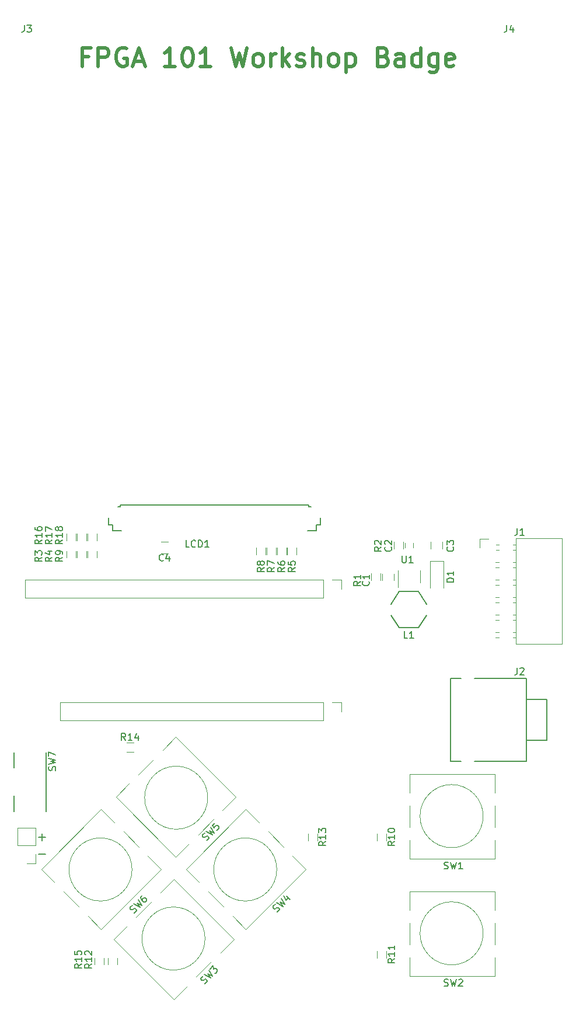
<source format=gto>
G04 #@! TF.FileFunction,Legend,Top*
%FSLAX46Y46*%
G04 Gerber Fmt 4.6, Leading zero omitted, Abs format (unit mm)*
G04 Created by KiCad (PCBNEW 4.0.7) date Mon Feb 12 17:44:01 2018*
%MOMM*%
%LPD*%
G01*
G04 APERTURE LIST*
%ADD10C,0.100000*%
%ADD11C,0.200000*%
%ADD12C,0.500000*%
%ADD13C,0.150000*%
%ADD14C,0.120000*%
G04 APERTURE END LIST*
D10*
D11*
X75250000Y-148500000D02*
X75250000Y-147500000D01*
X74750000Y-148000000D02*
X75750000Y-148000000D01*
X74750000Y-150500000D02*
X75750000Y-150500000D01*
D12*
X81964285Y-34807143D02*
X81064285Y-34807143D01*
X81064285Y-36221429D02*
X81064285Y-33521429D01*
X82349999Y-33521429D01*
X83378571Y-36221429D02*
X83378571Y-33521429D01*
X84407143Y-33521429D01*
X84664285Y-33650000D01*
X84792857Y-33778571D01*
X84921428Y-34035714D01*
X84921428Y-34421429D01*
X84792857Y-34678571D01*
X84664285Y-34807143D01*
X84407143Y-34935714D01*
X83378571Y-34935714D01*
X87492857Y-33650000D02*
X87235714Y-33521429D01*
X86850000Y-33521429D01*
X86464285Y-33650000D01*
X86207143Y-33907143D01*
X86078571Y-34164286D01*
X85950000Y-34678571D01*
X85950000Y-35064286D01*
X86078571Y-35578571D01*
X86207143Y-35835714D01*
X86464285Y-36092857D01*
X86850000Y-36221429D01*
X87107143Y-36221429D01*
X87492857Y-36092857D01*
X87621428Y-35964286D01*
X87621428Y-35064286D01*
X87107143Y-35064286D01*
X88650000Y-35450000D02*
X89935714Y-35450000D01*
X88392857Y-36221429D02*
X89292857Y-33521429D01*
X90192857Y-36221429D01*
X94564286Y-36221429D02*
X93021429Y-36221429D01*
X93792857Y-36221429D02*
X93792857Y-33521429D01*
X93535714Y-33907143D01*
X93278572Y-34164286D01*
X93021429Y-34292857D01*
X96235715Y-33521429D02*
X96492858Y-33521429D01*
X96750001Y-33650000D01*
X96878572Y-33778571D01*
X97007143Y-34035714D01*
X97135715Y-34550000D01*
X97135715Y-35192857D01*
X97007143Y-35707143D01*
X96878572Y-35964286D01*
X96750001Y-36092857D01*
X96492858Y-36221429D01*
X96235715Y-36221429D01*
X95978572Y-36092857D01*
X95850001Y-35964286D01*
X95721429Y-35707143D01*
X95592858Y-35192857D01*
X95592858Y-34550000D01*
X95721429Y-34035714D01*
X95850001Y-33778571D01*
X95978572Y-33650000D01*
X96235715Y-33521429D01*
X99707144Y-36221429D02*
X98164287Y-36221429D01*
X98935715Y-36221429D02*
X98935715Y-33521429D01*
X98678572Y-33907143D01*
X98421430Y-34164286D01*
X98164287Y-34292857D01*
X102664287Y-33521429D02*
X103307144Y-36221429D01*
X103821430Y-34292857D01*
X104335716Y-36221429D01*
X104978573Y-33521429D01*
X106392858Y-36221429D02*
X106135716Y-36092857D01*
X106007144Y-35964286D01*
X105878573Y-35707143D01*
X105878573Y-34935714D01*
X106007144Y-34678571D01*
X106135716Y-34550000D01*
X106392858Y-34421429D01*
X106778573Y-34421429D01*
X107035716Y-34550000D01*
X107164287Y-34678571D01*
X107292858Y-34935714D01*
X107292858Y-35707143D01*
X107164287Y-35964286D01*
X107035716Y-36092857D01*
X106778573Y-36221429D01*
X106392858Y-36221429D01*
X108450001Y-36221429D02*
X108450001Y-34421429D01*
X108450001Y-34935714D02*
X108578573Y-34678571D01*
X108707144Y-34550000D01*
X108964287Y-34421429D01*
X109221430Y-34421429D01*
X110121430Y-36221429D02*
X110121430Y-33521429D01*
X110378573Y-35192857D02*
X111150002Y-36221429D01*
X111150002Y-34421429D02*
X110121430Y-35450000D01*
X112178573Y-36092857D02*
X112435716Y-36221429D01*
X112950001Y-36221429D01*
X113207144Y-36092857D01*
X113335716Y-35835714D01*
X113335716Y-35707143D01*
X113207144Y-35450000D01*
X112950001Y-35321429D01*
X112564287Y-35321429D01*
X112307144Y-35192857D01*
X112178573Y-34935714D01*
X112178573Y-34807143D01*
X112307144Y-34550000D01*
X112564287Y-34421429D01*
X112950001Y-34421429D01*
X113207144Y-34550000D01*
X114492858Y-36221429D02*
X114492858Y-33521429D01*
X115650001Y-36221429D02*
X115650001Y-34807143D01*
X115521430Y-34550000D01*
X115264287Y-34421429D01*
X114878572Y-34421429D01*
X114621430Y-34550000D01*
X114492858Y-34678571D01*
X117321429Y-36221429D02*
X117064287Y-36092857D01*
X116935715Y-35964286D01*
X116807144Y-35707143D01*
X116807144Y-34935714D01*
X116935715Y-34678571D01*
X117064287Y-34550000D01*
X117321429Y-34421429D01*
X117707144Y-34421429D01*
X117964287Y-34550000D01*
X118092858Y-34678571D01*
X118221429Y-34935714D01*
X118221429Y-35707143D01*
X118092858Y-35964286D01*
X117964287Y-36092857D01*
X117707144Y-36221429D01*
X117321429Y-36221429D01*
X119378572Y-34421429D02*
X119378572Y-37121429D01*
X119378572Y-34550000D02*
X119635715Y-34421429D01*
X120150001Y-34421429D01*
X120407144Y-34550000D01*
X120535715Y-34678571D01*
X120664286Y-34935714D01*
X120664286Y-35707143D01*
X120535715Y-35964286D01*
X120407144Y-36092857D01*
X120150001Y-36221429D01*
X119635715Y-36221429D01*
X119378572Y-36092857D01*
X124778572Y-34807143D02*
X125164286Y-34935714D01*
X125292858Y-35064286D01*
X125421429Y-35321429D01*
X125421429Y-35707143D01*
X125292858Y-35964286D01*
X125164286Y-36092857D01*
X124907144Y-36221429D01*
X123878572Y-36221429D01*
X123878572Y-33521429D01*
X124778572Y-33521429D01*
X125035715Y-33650000D01*
X125164286Y-33778571D01*
X125292858Y-34035714D01*
X125292858Y-34292857D01*
X125164286Y-34550000D01*
X125035715Y-34678571D01*
X124778572Y-34807143D01*
X123878572Y-34807143D01*
X127735715Y-36221429D02*
X127735715Y-34807143D01*
X127607144Y-34550000D01*
X127350001Y-34421429D01*
X126835715Y-34421429D01*
X126578572Y-34550000D01*
X127735715Y-36092857D02*
X127478572Y-36221429D01*
X126835715Y-36221429D01*
X126578572Y-36092857D01*
X126450001Y-35835714D01*
X126450001Y-35578571D01*
X126578572Y-35321429D01*
X126835715Y-35192857D01*
X127478572Y-35192857D01*
X127735715Y-35064286D01*
X130178572Y-36221429D02*
X130178572Y-33521429D01*
X130178572Y-36092857D02*
X129921429Y-36221429D01*
X129407143Y-36221429D01*
X129150001Y-36092857D01*
X129021429Y-35964286D01*
X128892858Y-35707143D01*
X128892858Y-34935714D01*
X129021429Y-34678571D01*
X129150001Y-34550000D01*
X129407143Y-34421429D01*
X129921429Y-34421429D01*
X130178572Y-34550000D01*
X132621429Y-34421429D02*
X132621429Y-36607143D01*
X132492858Y-36864286D01*
X132364286Y-36992857D01*
X132107143Y-37121429D01*
X131721429Y-37121429D01*
X131464286Y-36992857D01*
X132621429Y-36092857D02*
X132364286Y-36221429D01*
X131850000Y-36221429D01*
X131592858Y-36092857D01*
X131464286Y-35964286D01*
X131335715Y-35707143D01*
X131335715Y-34935714D01*
X131464286Y-34678571D01*
X131592858Y-34550000D01*
X131850000Y-34421429D01*
X132364286Y-34421429D01*
X132621429Y-34550000D01*
X134935715Y-36092857D02*
X134678572Y-36221429D01*
X134164286Y-36221429D01*
X133907143Y-36092857D01*
X133778572Y-35835714D01*
X133778572Y-34807143D01*
X133907143Y-34550000D01*
X134164286Y-34421429D01*
X134678572Y-34421429D01*
X134935715Y-34550000D01*
X135064286Y-34807143D01*
X135064286Y-35064286D01*
X133778572Y-35321429D01*
D13*
X86750000Y-103600000D02*
X86250000Y-103600000D01*
X86250000Y-103600000D02*
X85450000Y-103600000D01*
X85450000Y-103600000D02*
X85450000Y-102700000D01*
X84900000Y-102700000D02*
X84900000Y-101700000D01*
X85450000Y-102700000D02*
X84900000Y-102700000D01*
X86250000Y-100100000D02*
X86450000Y-100100000D01*
X113900000Y-100100000D02*
X114250000Y-100100000D01*
X113900000Y-99800000D02*
X113900000Y-100100000D01*
X86600000Y-99800000D02*
X113900000Y-99800000D01*
X86600000Y-100100000D02*
X86600000Y-99800000D01*
X86450000Y-100100000D02*
X86600000Y-100100000D01*
X115600000Y-101700000D02*
X115600000Y-102500000D01*
X115600000Y-102500000D02*
X115600000Y-102700000D01*
X115050000Y-102700000D02*
X115600000Y-102700000D01*
X115050000Y-103600000D02*
X113750000Y-103600000D01*
X115050000Y-102700000D02*
X115050000Y-103600000D01*
D14*
X74330000Y-146630000D02*
X71670000Y-146630000D01*
X74330000Y-149230000D02*
X74330000Y-146630000D01*
X71670000Y-149230000D02*
X71670000Y-146630000D01*
X74330000Y-149230000D02*
X71670000Y-149230000D01*
X74330000Y-150500000D02*
X74330000Y-151830000D01*
X74330000Y-151830000D02*
X73000000Y-151830000D01*
X124580000Y-109800000D02*
X124580000Y-110800000D01*
X126280000Y-110800000D02*
X126280000Y-109800000D01*
X129100000Y-105360000D02*
X129100000Y-106060000D01*
X127900000Y-106060000D02*
X127900000Y-105360000D01*
X131650000Y-105210000D02*
X131650000Y-106210000D01*
X133350000Y-106210000D02*
X133350000Y-105210000D01*
X92500000Y-106850000D02*
X93500000Y-106850000D01*
X93500000Y-105150000D02*
X92500000Y-105150000D01*
X133500000Y-107960000D02*
X131500000Y-107960000D01*
X131500000Y-107960000D02*
X131500000Y-111860000D01*
X133500000Y-107960000D02*
X133500000Y-111860000D01*
X143980000Y-104670000D02*
X143980000Y-120030000D01*
X143980000Y-120030000D02*
X150640270Y-120030000D01*
X150640000Y-120030000D02*
X150640000Y-104670000D01*
X150640120Y-104670000D02*
X143980000Y-104670000D01*
X143582929Y-105620000D02*
X143980000Y-105620000D01*
X143582929Y-106380000D02*
X143980000Y-106380000D01*
X141110000Y-105620000D02*
X141497071Y-105620000D01*
X141110000Y-106380000D02*
X141497071Y-106380000D01*
X143582929Y-108160000D02*
X143980000Y-108160000D01*
X143582929Y-108920000D02*
X143980000Y-108920000D01*
X141042929Y-108160000D02*
X141497071Y-108160000D01*
X141042929Y-108920000D02*
X141497071Y-108920000D01*
X143582929Y-110700000D02*
X143980000Y-110700000D01*
X143582929Y-111460000D02*
X143980000Y-111460000D01*
X141042929Y-110700000D02*
X141497071Y-110700000D01*
X141042929Y-111460000D02*
X141497071Y-111460000D01*
X143582929Y-113240000D02*
X143980000Y-113240000D01*
X143582929Y-114000000D02*
X143980000Y-114000000D01*
X141042929Y-113240000D02*
X141497071Y-113240000D01*
X141042929Y-114000000D02*
X141497071Y-114000000D01*
X143582929Y-115780000D02*
X143980000Y-115780000D01*
X143582929Y-116540000D02*
X143980000Y-116540000D01*
X141042929Y-115780000D02*
X141497071Y-115780000D01*
X141042929Y-116540000D02*
X141497071Y-116540000D01*
X143582929Y-118320000D02*
X143980000Y-118320000D01*
X143582929Y-119080000D02*
X143980000Y-119080000D01*
X141042929Y-118320000D02*
X141497071Y-118320000D01*
X141042929Y-119080000D02*
X141497071Y-119080000D01*
X138730000Y-106000000D02*
X138730000Y-104730000D01*
X138730000Y-104730000D02*
X140000000Y-104730000D01*
D13*
X145500000Y-134000000D02*
X148500000Y-134000000D01*
X148500000Y-134000000D02*
X148500000Y-128000000D01*
X148500000Y-128000000D02*
X145500000Y-128000000D01*
X138000000Y-125000000D02*
X145500000Y-125000000D01*
X145500000Y-125000000D02*
X145500000Y-126000000D01*
X136000000Y-137000000D02*
X134500000Y-137000000D01*
X134500000Y-137000000D02*
X134500000Y-125000000D01*
X134500000Y-125000000D02*
X136000000Y-125000000D01*
X145500000Y-136000000D02*
X145500000Y-137000000D01*
X145500000Y-137000000D02*
X138000000Y-137000000D01*
X145500000Y-126000000D02*
X145500000Y-136000000D01*
X129840000Y-117610000D02*
X131040000Y-115810000D01*
X127040000Y-117610000D02*
X129840000Y-117610000D01*
X125840000Y-115810000D02*
X127040000Y-117610000D01*
X127040000Y-112410000D02*
X125840000Y-114210000D01*
X129840000Y-112410000D02*
X127040000Y-112410000D01*
X131040000Y-114210000D02*
X129840000Y-112410000D01*
D14*
X124330000Y-109740000D02*
X124330000Y-110740000D01*
X122970000Y-110740000D02*
X122970000Y-109740000D01*
X127680000Y-105210000D02*
X127680000Y-106210000D01*
X126320000Y-106210000D02*
X126320000Y-105210000D01*
X78820000Y-107500000D02*
X78820000Y-106500000D01*
X80180000Y-106500000D02*
X80180000Y-107500000D01*
X80320000Y-107500000D02*
X80320000Y-106500000D01*
X81680000Y-106500000D02*
X81680000Y-107500000D01*
X110820000Y-107000000D02*
X110820000Y-106000000D01*
X112180000Y-106000000D02*
X112180000Y-107000000D01*
X109320000Y-107000000D02*
X109320000Y-106000000D01*
X110680000Y-106000000D02*
X110680000Y-107000000D01*
X107820000Y-107000000D02*
X107820000Y-106000000D01*
X109180000Y-106000000D02*
X109180000Y-107000000D01*
X106320000Y-107000000D02*
X106320000Y-106000000D01*
X107680000Y-106000000D02*
X107680000Y-107000000D01*
X81820000Y-107500000D02*
X81820000Y-106500000D01*
X83180000Y-106500000D02*
X83180000Y-107500000D01*
X123820000Y-148500000D02*
X123820000Y-147500000D01*
X125180000Y-147500000D02*
X125180000Y-148500000D01*
X123820000Y-165500000D02*
X123820000Y-164500000D01*
X125180000Y-164500000D02*
X125180000Y-165500000D01*
X84820000Y-166500000D02*
X84820000Y-165500000D01*
X86180000Y-165500000D02*
X86180000Y-166500000D01*
X113820000Y-148500000D02*
X113820000Y-147500000D01*
X115180000Y-147500000D02*
X115180000Y-148500000D01*
X87500000Y-134320000D02*
X88500000Y-134320000D01*
X88500000Y-135680000D02*
X87500000Y-135680000D01*
X82820000Y-166500000D02*
X82820000Y-165500000D01*
X84180000Y-165500000D02*
X84180000Y-166500000D01*
X140900000Y-151150000D02*
X128600000Y-151150000D01*
X128600000Y-146570000D02*
X128600000Y-143430000D01*
X128600000Y-138850000D02*
X140900000Y-138850000D01*
X140900000Y-148430000D02*
X140900000Y-151150000D01*
X139229050Y-144960000D02*
G75*
G03X139229050Y-144960000I-4579050J0D01*
G01*
X140900000Y-138850000D02*
X140900000Y-141570000D01*
X140900000Y-143430000D02*
X140900000Y-146570000D01*
X128600000Y-141570000D02*
X128600000Y-138850000D01*
X128600000Y-151150000D02*
X128600000Y-148430000D01*
X140900000Y-168150000D02*
X128600000Y-168150000D01*
X128600000Y-163570000D02*
X128600000Y-160430000D01*
X128600000Y-155850000D02*
X140900000Y-155850000D01*
X140900000Y-165430000D02*
X140900000Y-168150000D01*
X139229050Y-161960000D02*
G75*
G03X139229050Y-161960000I-4579050J0D01*
G01*
X140900000Y-155850000D02*
X140900000Y-158570000D01*
X140900000Y-160430000D02*
X140900000Y-163570000D01*
X128600000Y-158570000D02*
X128600000Y-155850000D01*
X128600000Y-168150000D02*
X128600000Y-165430000D01*
X94348350Y-171510229D02*
X85650936Y-162812816D01*
X88889485Y-159574267D02*
X91109801Y-157353951D01*
X94348350Y-154115402D02*
X103045763Y-162812816D01*
X96271680Y-169586899D02*
X94348350Y-171510229D01*
X98884973Y-162713821D02*
G75*
G03X98884973Y-162713821I-4579050J0D01*
G01*
X103045763Y-162812816D02*
X101122433Y-164736146D01*
X99807214Y-166051365D02*
X97586899Y-168271680D01*
X92425019Y-156038733D02*
X94348350Y-154115402D01*
X85650936Y-162812816D02*
X87574267Y-160889485D01*
X113510229Y-152651650D02*
X104812816Y-161349064D01*
X101574267Y-158110515D02*
X99353951Y-155890199D01*
X96115402Y-152651650D02*
X104812816Y-143954237D01*
X111586899Y-150728320D02*
X113510229Y-152651650D01*
X109292871Y-152694077D02*
G75*
G03X109292871Y-152694077I-4579050J0D01*
G01*
X104812816Y-143954237D02*
X106736146Y-145877567D01*
X108051365Y-147192786D02*
X110271680Y-149413101D01*
X98038733Y-154574981D02*
X96115402Y-152651650D01*
X104812816Y-161349064D02*
X102889485Y-159425733D01*
X94651650Y-133489771D02*
X103349064Y-142187184D01*
X100110515Y-145425733D02*
X97890199Y-147646049D01*
X94651650Y-150884598D02*
X85954237Y-142187184D01*
X92728320Y-135413101D02*
X94651650Y-133489771D01*
X99273127Y-142286179D02*
G75*
G03X99273127Y-142286179I-4579050J0D01*
G01*
X85954237Y-142187184D02*
X87877567Y-140263854D01*
X89192786Y-138948635D02*
X91413101Y-136728320D01*
X96574981Y-148961267D02*
X94651650Y-150884598D01*
X103349064Y-142187184D02*
X101425733Y-144110515D01*
X92510229Y-152651650D02*
X83812816Y-161349064D01*
X80574267Y-158110515D02*
X78353951Y-155890199D01*
X75115402Y-152651650D02*
X83812816Y-143954237D01*
X90586899Y-150728320D02*
X92510229Y-152651650D01*
X88292871Y-152694077D02*
G75*
G03X88292871Y-152694077I-4579050J0D01*
G01*
X83812816Y-143954237D02*
X85736146Y-145877567D01*
X87051365Y-147192786D02*
X89271680Y-149413101D01*
X77038733Y-154574981D02*
X75115402Y-152651650D01*
X83812816Y-161349064D02*
X81889485Y-159425733D01*
D13*
X75800000Y-135700000D02*
X75800000Y-144300000D01*
X71200000Y-135700000D02*
X71200000Y-137900000D01*
X71200000Y-142000000D02*
X71200000Y-144300000D01*
D14*
X130110000Y-111110000D02*
X130110000Y-109310000D01*
X126890000Y-109310000D02*
X126890000Y-111760000D01*
X77890000Y-128450000D02*
X77890000Y-131110000D01*
X116050000Y-128450000D02*
X77890000Y-128450000D01*
X116050000Y-131110000D02*
X77890000Y-131110000D01*
X116050000Y-128450000D02*
X116050000Y-131110000D01*
X117320000Y-128450000D02*
X118650000Y-128450000D01*
X118650000Y-128450000D02*
X118650000Y-129780000D01*
X72810000Y-110670000D02*
X72810000Y-113330000D01*
X116050000Y-110670000D02*
X72810000Y-110670000D01*
X116050000Y-113330000D02*
X72810000Y-113330000D01*
X116050000Y-110670000D02*
X116050000Y-113330000D01*
X117320000Y-110670000D02*
X118650000Y-110670000D01*
X118650000Y-110670000D02*
X118650000Y-112000000D01*
X80180000Y-104000000D02*
X80180000Y-105000000D01*
X78820000Y-105000000D02*
X78820000Y-104000000D01*
X81680000Y-104000000D02*
X81680000Y-105000000D01*
X80320000Y-105000000D02*
X80320000Y-104000000D01*
X83180000Y-104000000D02*
X83180000Y-105000000D01*
X81820000Y-105000000D02*
X81820000Y-104000000D01*
D13*
X96583334Y-105952381D02*
X96107143Y-105952381D01*
X96107143Y-104952381D01*
X97488096Y-105857143D02*
X97440477Y-105904762D01*
X97297620Y-105952381D01*
X97202382Y-105952381D01*
X97059524Y-105904762D01*
X96964286Y-105809524D01*
X96916667Y-105714286D01*
X96869048Y-105523810D01*
X96869048Y-105380952D01*
X96916667Y-105190476D01*
X96964286Y-105095238D01*
X97059524Y-105000000D01*
X97202382Y-104952381D01*
X97297620Y-104952381D01*
X97440477Y-105000000D01*
X97488096Y-105047619D01*
X97916667Y-105952381D02*
X97916667Y-104952381D01*
X98154762Y-104952381D01*
X98297620Y-105000000D01*
X98392858Y-105095238D01*
X98440477Y-105190476D01*
X98488096Y-105380952D01*
X98488096Y-105523810D01*
X98440477Y-105714286D01*
X98392858Y-105809524D01*
X98297620Y-105904762D01*
X98154762Y-105952381D01*
X97916667Y-105952381D01*
X99440477Y-105952381D02*
X98869048Y-105952381D01*
X99154762Y-105952381D02*
X99154762Y-104952381D01*
X99059524Y-105095238D01*
X98964286Y-105190476D01*
X98869048Y-105238095D01*
X122607143Y-110916666D02*
X122654762Y-110964285D01*
X122702381Y-111107142D01*
X122702381Y-111202380D01*
X122654762Y-111345238D01*
X122559524Y-111440476D01*
X122464286Y-111488095D01*
X122273810Y-111535714D01*
X122130952Y-111535714D01*
X121940476Y-111488095D01*
X121845238Y-111440476D01*
X121750000Y-111345238D01*
X121702381Y-111202380D01*
X121702381Y-111107142D01*
X121750000Y-110964285D01*
X121797619Y-110916666D01*
X122702381Y-109964285D02*
X122702381Y-110535714D01*
X122702381Y-110250000D02*
X121702381Y-110250000D01*
X121845238Y-110345238D01*
X121940476Y-110440476D01*
X121988095Y-110535714D01*
X125857143Y-105916666D02*
X125904762Y-105964285D01*
X125952381Y-106107142D01*
X125952381Y-106202380D01*
X125904762Y-106345238D01*
X125809524Y-106440476D01*
X125714286Y-106488095D01*
X125523810Y-106535714D01*
X125380952Y-106535714D01*
X125190476Y-106488095D01*
X125095238Y-106440476D01*
X125000000Y-106345238D01*
X124952381Y-106202380D01*
X124952381Y-106107142D01*
X125000000Y-105964285D01*
X125047619Y-105916666D01*
X125047619Y-105535714D02*
X125000000Y-105488095D01*
X124952381Y-105392857D01*
X124952381Y-105154761D01*
X125000000Y-105059523D01*
X125047619Y-105011904D01*
X125142857Y-104964285D01*
X125238095Y-104964285D01*
X125380952Y-105011904D01*
X125952381Y-105583333D01*
X125952381Y-104964285D01*
X134857143Y-105916666D02*
X134904762Y-105964285D01*
X134952381Y-106107142D01*
X134952381Y-106202380D01*
X134904762Y-106345238D01*
X134809524Y-106440476D01*
X134714286Y-106488095D01*
X134523810Y-106535714D01*
X134380952Y-106535714D01*
X134190476Y-106488095D01*
X134095238Y-106440476D01*
X134000000Y-106345238D01*
X133952381Y-106202380D01*
X133952381Y-106107142D01*
X134000000Y-105964285D01*
X134047619Y-105916666D01*
X133952381Y-105583333D02*
X133952381Y-104964285D01*
X134333333Y-105297619D01*
X134333333Y-105154761D01*
X134380952Y-105059523D01*
X134428571Y-105011904D01*
X134523810Y-104964285D01*
X134761905Y-104964285D01*
X134857143Y-105011904D01*
X134904762Y-105059523D01*
X134952381Y-105154761D01*
X134952381Y-105440476D01*
X134904762Y-105535714D01*
X134857143Y-105583333D01*
X92833334Y-107857143D02*
X92785715Y-107904762D01*
X92642858Y-107952381D01*
X92547620Y-107952381D01*
X92404762Y-107904762D01*
X92309524Y-107809524D01*
X92261905Y-107714286D01*
X92214286Y-107523810D01*
X92214286Y-107380952D01*
X92261905Y-107190476D01*
X92309524Y-107095238D01*
X92404762Y-107000000D01*
X92547620Y-106952381D01*
X92642858Y-106952381D01*
X92785715Y-107000000D01*
X92833334Y-107047619D01*
X93690477Y-107285714D02*
X93690477Y-107952381D01*
X93452381Y-106904762D02*
X93214286Y-107619048D01*
X93833334Y-107619048D01*
X134952381Y-110988095D02*
X133952381Y-110988095D01*
X133952381Y-110750000D01*
X134000000Y-110607142D01*
X134095238Y-110511904D01*
X134190476Y-110464285D01*
X134380952Y-110416666D01*
X134523810Y-110416666D01*
X134714286Y-110464285D01*
X134809524Y-110511904D01*
X134904762Y-110607142D01*
X134952381Y-110750000D01*
X134952381Y-110988095D01*
X134952381Y-109464285D02*
X134952381Y-110035714D01*
X134952381Y-109750000D02*
X133952381Y-109750000D01*
X134095238Y-109845238D01*
X134190476Y-109940476D01*
X134238095Y-110035714D01*
X144166667Y-103202381D02*
X144166667Y-103916667D01*
X144119047Y-104059524D01*
X144023809Y-104154762D01*
X143880952Y-104202381D01*
X143785714Y-104202381D01*
X145166667Y-104202381D02*
X144595238Y-104202381D01*
X144880952Y-104202381D02*
X144880952Y-103202381D01*
X144785714Y-103345238D01*
X144690476Y-103440476D01*
X144595238Y-103488095D01*
X144166667Y-123452381D02*
X144166667Y-124166667D01*
X144119047Y-124309524D01*
X144023809Y-124404762D01*
X143880952Y-124452381D01*
X143785714Y-124452381D01*
X144595238Y-123547619D02*
X144642857Y-123500000D01*
X144738095Y-123452381D01*
X144976191Y-123452381D01*
X145071429Y-123500000D01*
X145119048Y-123547619D01*
X145166667Y-123642857D01*
X145166667Y-123738095D01*
X145119048Y-123880952D01*
X144547619Y-124452381D01*
X145166667Y-124452381D01*
X128273334Y-119162381D02*
X127797143Y-119162381D01*
X127797143Y-118162381D01*
X129130477Y-119162381D02*
X128559048Y-119162381D01*
X128844762Y-119162381D02*
X128844762Y-118162381D01*
X128749524Y-118305238D01*
X128654286Y-118400476D01*
X128559048Y-118448095D01*
X121452381Y-110916666D02*
X120976190Y-111250000D01*
X121452381Y-111488095D02*
X120452381Y-111488095D01*
X120452381Y-111107142D01*
X120500000Y-111011904D01*
X120547619Y-110964285D01*
X120642857Y-110916666D01*
X120785714Y-110916666D01*
X120880952Y-110964285D01*
X120928571Y-111011904D01*
X120976190Y-111107142D01*
X120976190Y-111488095D01*
X121452381Y-109964285D02*
X121452381Y-110535714D01*
X121452381Y-110250000D02*
X120452381Y-110250000D01*
X120595238Y-110345238D01*
X120690476Y-110440476D01*
X120738095Y-110535714D01*
X124452381Y-105916666D02*
X123976190Y-106250000D01*
X124452381Y-106488095D02*
X123452381Y-106488095D01*
X123452381Y-106107142D01*
X123500000Y-106011904D01*
X123547619Y-105964285D01*
X123642857Y-105916666D01*
X123785714Y-105916666D01*
X123880952Y-105964285D01*
X123928571Y-106011904D01*
X123976190Y-106107142D01*
X123976190Y-106488095D01*
X123547619Y-105535714D02*
X123500000Y-105488095D01*
X123452381Y-105392857D01*
X123452381Y-105154761D01*
X123500000Y-105059523D01*
X123547619Y-105011904D01*
X123642857Y-104964285D01*
X123738095Y-104964285D01*
X123880952Y-105011904D01*
X124452381Y-105583333D01*
X124452381Y-104964285D01*
X75202381Y-107416666D02*
X74726190Y-107750000D01*
X75202381Y-107988095D02*
X74202381Y-107988095D01*
X74202381Y-107607142D01*
X74250000Y-107511904D01*
X74297619Y-107464285D01*
X74392857Y-107416666D01*
X74535714Y-107416666D01*
X74630952Y-107464285D01*
X74678571Y-107511904D01*
X74726190Y-107607142D01*
X74726190Y-107988095D01*
X74202381Y-107083333D02*
X74202381Y-106464285D01*
X74583333Y-106797619D01*
X74583333Y-106654761D01*
X74630952Y-106559523D01*
X74678571Y-106511904D01*
X74773810Y-106464285D01*
X75011905Y-106464285D01*
X75107143Y-106511904D01*
X75154762Y-106559523D01*
X75202381Y-106654761D01*
X75202381Y-106940476D01*
X75154762Y-107035714D01*
X75107143Y-107083333D01*
X76702381Y-107416666D02*
X76226190Y-107750000D01*
X76702381Y-107988095D02*
X75702381Y-107988095D01*
X75702381Y-107607142D01*
X75750000Y-107511904D01*
X75797619Y-107464285D01*
X75892857Y-107416666D01*
X76035714Y-107416666D01*
X76130952Y-107464285D01*
X76178571Y-107511904D01*
X76226190Y-107607142D01*
X76226190Y-107988095D01*
X76035714Y-106559523D02*
X76702381Y-106559523D01*
X75654762Y-106797619D02*
X76369048Y-107035714D01*
X76369048Y-106416666D01*
X111952381Y-108916666D02*
X111476190Y-109250000D01*
X111952381Y-109488095D02*
X110952381Y-109488095D01*
X110952381Y-109107142D01*
X111000000Y-109011904D01*
X111047619Y-108964285D01*
X111142857Y-108916666D01*
X111285714Y-108916666D01*
X111380952Y-108964285D01*
X111428571Y-109011904D01*
X111476190Y-109107142D01*
X111476190Y-109488095D01*
X110952381Y-108011904D02*
X110952381Y-108488095D01*
X111428571Y-108535714D01*
X111380952Y-108488095D01*
X111333333Y-108392857D01*
X111333333Y-108154761D01*
X111380952Y-108059523D01*
X111428571Y-108011904D01*
X111523810Y-107964285D01*
X111761905Y-107964285D01*
X111857143Y-108011904D01*
X111904762Y-108059523D01*
X111952381Y-108154761D01*
X111952381Y-108392857D01*
X111904762Y-108488095D01*
X111857143Y-108535714D01*
X110452381Y-108916666D02*
X109976190Y-109250000D01*
X110452381Y-109488095D02*
X109452381Y-109488095D01*
X109452381Y-109107142D01*
X109500000Y-109011904D01*
X109547619Y-108964285D01*
X109642857Y-108916666D01*
X109785714Y-108916666D01*
X109880952Y-108964285D01*
X109928571Y-109011904D01*
X109976190Y-109107142D01*
X109976190Y-109488095D01*
X109452381Y-108059523D02*
X109452381Y-108250000D01*
X109500000Y-108345238D01*
X109547619Y-108392857D01*
X109690476Y-108488095D01*
X109880952Y-108535714D01*
X110261905Y-108535714D01*
X110357143Y-108488095D01*
X110404762Y-108440476D01*
X110452381Y-108345238D01*
X110452381Y-108154761D01*
X110404762Y-108059523D01*
X110357143Y-108011904D01*
X110261905Y-107964285D01*
X110023810Y-107964285D01*
X109928571Y-108011904D01*
X109880952Y-108059523D01*
X109833333Y-108154761D01*
X109833333Y-108345238D01*
X109880952Y-108440476D01*
X109928571Y-108488095D01*
X110023810Y-108535714D01*
X108952381Y-108916666D02*
X108476190Y-109250000D01*
X108952381Y-109488095D02*
X107952381Y-109488095D01*
X107952381Y-109107142D01*
X108000000Y-109011904D01*
X108047619Y-108964285D01*
X108142857Y-108916666D01*
X108285714Y-108916666D01*
X108380952Y-108964285D01*
X108428571Y-109011904D01*
X108476190Y-109107142D01*
X108476190Y-109488095D01*
X107952381Y-108583333D02*
X107952381Y-107916666D01*
X108952381Y-108345238D01*
X107452381Y-108916666D02*
X106976190Y-109250000D01*
X107452381Y-109488095D02*
X106452381Y-109488095D01*
X106452381Y-109107142D01*
X106500000Y-109011904D01*
X106547619Y-108964285D01*
X106642857Y-108916666D01*
X106785714Y-108916666D01*
X106880952Y-108964285D01*
X106928571Y-109011904D01*
X106976190Y-109107142D01*
X106976190Y-109488095D01*
X106880952Y-108345238D02*
X106833333Y-108440476D01*
X106785714Y-108488095D01*
X106690476Y-108535714D01*
X106642857Y-108535714D01*
X106547619Y-108488095D01*
X106500000Y-108440476D01*
X106452381Y-108345238D01*
X106452381Y-108154761D01*
X106500000Y-108059523D01*
X106547619Y-108011904D01*
X106642857Y-107964285D01*
X106690476Y-107964285D01*
X106785714Y-108011904D01*
X106833333Y-108059523D01*
X106880952Y-108154761D01*
X106880952Y-108345238D01*
X106928571Y-108440476D01*
X106976190Y-108488095D01*
X107071429Y-108535714D01*
X107261905Y-108535714D01*
X107357143Y-108488095D01*
X107404762Y-108440476D01*
X107452381Y-108345238D01*
X107452381Y-108154761D01*
X107404762Y-108059523D01*
X107357143Y-108011904D01*
X107261905Y-107964285D01*
X107071429Y-107964285D01*
X106976190Y-108011904D01*
X106928571Y-108059523D01*
X106880952Y-108154761D01*
X78202381Y-107416666D02*
X77726190Y-107750000D01*
X78202381Y-107988095D02*
X77202381Y-107988095D01*
X77202381Y-107607142D01*
X77250000Y-107511904D01*
X77297619Y-107464285D01*
X77392857Y-107416666D01*
X77535714Y-107416666D01*
X77630952Y-107464285D01*
X77678571Y-107511904D01*
X77726190Y-107607142D01*
X77726190Y-107988095D01*
X78202381Y-106940476D02*
X78202381Y-106750000D01*
X78154762Y-106654761D01*
X78107143Y-106607142D01*
X77964286Y-106511904D01*
X77773810Y-106464285D01*
X77392857Y-106464285D01*
X77297619Y-106511904D01*
X77250000Y-106559523D01*
X77202381Y-106654761D01*
X77202381Y-106845238D01*
X77250000Y-106940476D01*
X77297619Y-106988095D01*
X77392857Y-107035714D01*
X77630952Y-107035714D01*
X77726190Y-106988095D01*
X77773810Y-106940476D01*
X77821429Y-106845238D01*
X77821429Y-106654761D01*
X77773810Y-106559523D01*
X77726190Y-106511904D01*
X77630952Y-106464285D01*
X126402381Y-148642857D02*
X125926190Y-148976191D01*
X126402381Y-149214286D02*
X125402381Y-149214286D01*
X125402381Y-148833333D01*
X125450000Y-148738095D01*
X125497619Y-148690476D01*
X125592857Y-148642857D01*
X125735714Y-148642857D01*
X125830952Y-148690476D01*
X125878571Y-148738095D01*
X125926190Y-148833333D01*
X125926190Y-149214286D01*
X126402381Y-147690476D02*
X126402381Y-148261905D01*
X126402381Y-147976191D02*
X125402381Y-147976191D01*
X125545238Y-148071429D01*
X125640476Y-148166667D01*
X125688095Y-148261905D01*
X125402381Y-147071429D02*
X125402381Y-146976190D01*
X125450000Y-146880952D01*
X125497619Y-146833333D01*
X125592857Y-146785714D01*
X125783333Y-146738095D01*
X126021429Y-146738095D01*
X126211905Y-146785714D01*
X126307143Y-146833333D01*
X126354762Y-146880952D01*
X126402381Y-146976190D01*
X126402381Y-147071429D01*
X126354762Y-147166667D01*
X126307143Y-147214286D01*
X126211905Y-147261905D01*
X126021429Y-147309524D01*
X125783333Y-147309524D01*
X125592857Y-147261905D01*
X125497619Y-147214286D01*
X125450000Y-147166667D01*
X125402381Y-147071429D01*
X126402381Y-165642857D02*
X125926190Y-165976191D01*
X126402381Y-166214286D02*
X125402381Y-166214286D01*
X125402381Y-165833333D01*
X125450000Y-165738095D01*
X125497619Y-165690476D01*
X125592857Y-165642857D01*
X125735714Y-165642857D01*
X125830952Y-165690476D01*
X125878571Y-165738095D01*
X125926190Y-165833333D01*
X125926190Y-166214286D01*
X126402381Y-164690476D02*
X126402381Y-165261905D01*
X126402381Y-164976191D02*
X125402381Y-164976191D01*
X125545238Y-165071429D01*
X125640476Y-165166667D01*
X125688095Y-165261905D01*
X126402381Y-163738095D02*
X126402381Y-164309524D01*
X126402381Y-164023810D02*
X125402381Y-164023810D01*
X125545238Y-164119048D01*
X125640476Y-164214286D01*
X125688095Y-164309524D01*
X82452381Y-166392857D02*
X81976190Y-166726191D01*
X82452381Y-166964286D02*
X81452381Y-166964286D01*
X81452381Y-166583333D01*
X81500000Y-166488095D01*
X81547619Y-166440476D01*
X81642857Y-166392857D01*
X81785714Y-166392857D01*
X81880952Y-166440476D01*
X81928571Y-166488095D01*
X81976190Y-166583333D01*
X81976190Y-166964286D01*
X82452381Y-165440476D02*
X82452381Y-166011905D01*
X82452381Y-165726191D02*
X81452381Y-165726191D01*
X81595238Y-165821429D01*
X81690476Y-165916667D01*
X81738095Y-166011905D01*
X81547619Y-165059524D02*
X81500000Y-165011905D01*
X81452381Y-164916667D01*
X81452381Y-164678571D01*
X81500000Y-164583333D01*
X81547619Y-164535714D01*
X81642857Y-164488095D01*
X81738095Y-164488095D01*
X81880952Y-164535714D01*
X82452381Y-165107143D01*
X82452381Y-164488095D01*
X116402381Y-148642857D02*
X115926190Y-148976191D01*
X116402381Y-149214286D02*
X115402381Y-149214286D01*
X115402381Y-148833333D01*
X115450000Y-148738095D01*
X115497619Y-148690476D01*
X115592857Y-148642857D01*
X115735714Y-148642857D01*
X115830952Y-148690476D01*
X115878571Y-148738095D01*
X115926190Y-148833333D01*
X115926190Y-149214286D01*
X116402381Y-147690476D02*
X116402381Y-148261905D01*
X116402381Y-147976191D02*
X115402381Y-147976191D01*
X115545238Y-148071429D01*
X115640476Y-148166667D01*
X115688095Y-148261905D01*
X115402381Y-147357143D02*
X115402381Y-146738095D01*
X115783333Y-147071429D01*
X115783333Y-146928571D01*
X115830952Y-146833333D01*
X115878571Y-146785714D01*
X115973810Y-146738095D01*
X116211905Y-146738095D01*
X116307143Y-146785714D01*
X116354762Y-146833333D01*
X116402381Y-146928571D01*
X116402381Y-147214286D01*
X116354762Y-147309524D01*
X116307143Y-147357143D01*
X87357143Y-133952381D02*
X87023809Y-133476190D01*
X86785714Y-133952381D02*
X86785714Y-132952381D01*
X87166667Y-132952381D01*
X87261905Y-133000000D01*
X87309524Y-133047619D01*
X87357143Y-133142857D01*
X87357143Y-133285714D01*
X87309524Y-133380952D01*
X87261905Y-133428571D01*
X87166667Y-133476190D01*
X86785714Y-133476190D01*
X88309524Y-133952381D02*
X87738095Y-133952381D01*
X88023809Y-133952381D02*
X88023809Y-132952381D01*
X87928571Y-133095238D01*
X87833333Y-133190476D01*
X87738095Y-133238095D01*
X89166667Y-133285714D02*
X89166667Y-133952381D01*
X88928571Y-132904762D02*
X88690476Y-133619048D01*
X89309524Y-133619048D01*
X80952381Y-166392857D02*
X80476190Y-166726191D01*
X80952381Y-166964286D02*
X79952381Y-166964286D01*
X79952381Y-166583333D01*
X80000000Y-166488095D01*
X80047619Y-166440476D01*
X80142857Y-166392857D01*
X80285714Y-166392857D01*
X80380952Y-166440476D01*
X80428571Y-166488095D01*
X80476190Y-166583333D01*
X80476190Y-166964286D01*
X80952381Y-165440476D02*
X80952381Y-166011905D01*
X80952381Y-165726191D02*
X79952381Y-165726191D01*
X80095238Y-165821429D01*
X80190476Y-165916667D01*
X80238095Y-166011905D01*
X79952381Y-164535714D02*
X79952381Y-165011905D01*
X80428571Y-165059524D01*
X80380952Y-165011905D01*
X80333333Y-164916667D01*
X80333333Y-164678571D01*
X80380952Y-164583333D01*
X80428571Y-164535714D01*
X80523810Y-164488095D01*
X80761905Y-164488095D01*
X80857143Y-164535714D01*
X80904762Y-164583333D01*
X80952381Y-164678571D01*
X80952381Y-164916667D01*
X80904762Y-165011905D01*
X80857143Y-165059524D01*
X133586667Y-152564762D02*
X133729524Y-152612381D01*
X133967620Y-152612381D01*
X134062858Y-152564762D01*
X134110477Y-152517143D01*
X134158096Y-152421905D01*
X134158096Y-152326667D01*
X134110477Y-152231429D01*
X134062858Y-152183810D01*
X133967620Y-152136190D01*
X133777143Y-152088571D01*
X133681905Y-152040952D01*
X133634286Y-151993333D01*
X133586667Y-151898095D01*
X133586667Y-151802857D01*
X133634286Y-151707619D01*
X133681905Y-151660000D01*
X133777143Y-151612381D01*
X134015239Y-151612381D01*
X134158096Y-151660000D01*
X134491429Y-151612381D02*
X134729524Y-152612381D01*
X134920001Y-151898095D01*
X135110477Y-152612381D01*
X135348572Y-151612381D01*
X136253334Y-152612381D02*
X135681905Y-152612381D01*
X135967619Y-152612381D02*
X135967619Y-151612381D01*
X135872381Y-151755238D01*
X135777143Y-151850476D01*
X135681905Y-151898095D01*
X133586667Y-169564762D02*
X133729524Y-169612381D01*
X133967620Y-169612381D01*
X134062858Y-169564762D01*
X134110477Y-169517143D01*
X134158096Y-169421905D01*
X134158096Y-169326667D01*
X134110477Y-169231429D01*
X134062858Y-169183810D01*
X133967620Y-169136190D01*
X133777143Y-169088571D01*
X133681905Y-169040952D01*
X133634286Y-168993333D01*
X133586667Y-168898095D01*
X133586667Y-168802857D01*
X133634286Y-168707619D01*
X133681905Y-168660000D01*
X133777143Y-168612381D01*
X134015239Y-168612381D01*
X134158096Y-168660000D01*
X134491429Y-168612381D02*
X134729524Y-169612381D01*
X134920001Y-168898095D01*
X135110477Y-169612381D01*
X135348572Y-168612381D01*
X135681905Y-168707619D02*
X135729524Y-168660000D01*
X135824762Y-168612381D01*
X136062858Y-168612381D01*
X136158096Y-168660000D01*
X136205715Y-168707619D01*
X136253334Y-168802857D01*
X136253334Y-168898095D01*
X136205715Y-169040952D01*
X135634286Y-169612381D01*
X136253334Y-169612381D01*
X98843401Y-169229019D02*
X98978088Y-169161675D01*
X99146447Y-168993316D01*
X99180119Y-168892301D01*
X99180119Y-168824957D01*
X99146447Y-168723942D01*
X99079104Y-168656599D01*
X98978089Y-168622927D01*
X98910745Y-168622927D01*
X98809729Y-168656598D01*
X98641370Y-168757614D01*
X98540355Y-168791286D01*
X98473012Y-168791286D01*
X98371996Y-168757614D01*
X98304653Y-168690271D01*
X98270981Y-168589255D01*
X98270981Y-168521912D01*
X98304653Y-168420897D01*
X98473012Y-168252538D01*
X98607699Y-168185194D01*
X98809729Y-167915820D02*
X99685195Y-168454569D01*
X99314806Y-167814804D01*
X99954569Y-168185194D01*
X99415821Y-167309729D01*
X99617851Y-167107698D02*
X100055584Y-166669965D01*
X100089255Y-167175042D01*
X100190271Y-167074026D01*
X100291286Y-167040354D01*
X100358630Y-167040354D01*
X100459646Y-167074027D01*
X100628004Y-167242385D01*
X100661676Y-167343400D01*
X100661676Y-167410744D01*
X100628004Y-167511759D01*
X100425973Y-167713790D01*
X100324958Y-167747462D01*
X100257615Y-167747462D01*
X109339309Y-158823346D02*
X109473996Y-158756002D01*
X109642355Y-158587643D01*
X109676027Y-158486628D01*
X109676027Y-158419284D01*
X109642355Y-158318269D01*
X109575012Y-158250926D01*
X109473997Y-158217254D01*
X109406653Y-158217254D01*
X109305637Y-158250925D01*
X109137278Y-158351941D01*
X109036263Y-158385613D01*
X108968920Y-158385613D01*
X108867904Y-158351941D01*
X108800561Y-158284598D01*
X108766889Y-158183582D01*
X108766889Y-158116239D01*
X108800561Y-158015224D01*
X108968920Y-157846865D01*
X109103607Y-157779521D01*
X109305637Y-157510147D02*
X110181103Y-158048896D01*
X109810714Y-157409131D01*
X110450477Y-157779521D01*
X109911729Y-156904056D01*
X110719851Y-156567338D02*
X111191256Y-157038743D01*
X110282118Y-156466323D02*
X110618836Y-157139758D01*
X111056569Y-156702025D01*
X99093401Y-148479019D02*
X99228088Y-148411675D01*
X99396447Y-148243316D01*
X99430119Y-148142301D01*
X99430119Y-148074957D01*
X99396447Y-147973942D01*
X99329104Y-147906599D01*
X99228089Y-147872927D01*
X99160745Y-147872927D01*
X99059729Y-147906598D01*
X98891370Y-148007614D01*
X98790355Y-148041286D01*
X98723012Y-148041286D01*
X98621996Y-148007614D01*
X98554653Y-147940271D01*
X98520981Y-147839255D01*
X98520981Y-147771912D01*
X98554653Y-147670897D01*
X98723012Y-147502538D01*
X98857699Y-147435194D01*
X99059729Y-147165820D02*
X99935195Y-147704569D01*
X99564806Y-147064804D01*
X100204569Y-147435194D01*
X99665821Y-146559729D01*
X100271913Y-145953637D02*
X99935195Y-146290355D01*
X100238240Y-146660744D01*
X100238240Y-146593400D01*
X100271912Y-146492385D01*
X100440271Y-146324026D01*
X100541286Y-146290354D01*
X100608630Y-146290354D01*
X100709646Y-146324027D01*
X100878004Y-146492385D01*
X100911676Y-146593400D01*
X100911676Y-146660744D01*
X100878004Y-146761759D01*
X100709645Y-146930118D01*
X100608630Y-146963790D01*
X100541286Y-146963790D01*
X88593400Y-158979019D02*
X88728087Y-158911675D01*
X88896446Y-158743316D01*
X88930118Y-158642301D01*
X88930118Y-158574957D01*
X88896446Y-158473942D01*
X88829103Y-158406599D01*
X88728088Y-158372927D01*
X88660744Y-158372927D01*
X88559728Y-158406598D01*
X88391369Y-158507614D01*
X88290354Y-158541286D01*
X88223011Y-158541286D01*
X88121995Y-158507614D01*
X88054652Y-158440271D01*
X88020980Y-158339255D01*
X88020980Y-158271912D01*
X88054652Y-158170897D01*
X88223011Y-158002538D01*
X88357698Y-157935194D01*
X88559728Y-157665820D02*
X89435194Y-158204569D01*
X89064805Y-157564804D01*
X89704568Y-157935194D01*
X89165820Y-157059729D01*
X89738240Y-156487309D02*
X89603552Y-156621996D01*
X89569881Y-156723012D01*
X89569881Y-156790355D01*
X89603552Y-156958714D01*
X89704568Y-157127072D01*
X89973942Y-157396447D01*
X90074957Y-157430118D01*
X90142301Y-157430118D01*
X90243316Y-157396447D01*
X90378003Y-157261759D01*
X90411675Y-157160744D01*
X90411675Y-157093400D01*
X90378003Y-156992385D01*
X90209645Y-156824027D01*
X90108629Y-156790354D01*
X90041285Y-156790354D01*
X89940270Y-156824026D01*
X89805583Y-156958714D01*
X89771911Y-157059729D01*
X89771911Y-157127072D01*
X89805583Y-157228088D01*
X77154762Y-138333333D02*
X77202381Y-138190476D01*
X77202381Y-137952380D01*
X77154762Y-137857142D01*
X77107143Y-137809523D01*
X77011905Y-137761904D01*
X76916667Y-137761904D01*
X76821429Y-137809523D01*
X76773810Y-137857142D01*
X76726190Y-137952380D01*
X76678571Y-138142857D01*
X76630952Y-138238095D01*
X76583333Y-138285714D01*
X76488095Y-138333333D01*
X76392857Y-138333333D01*
X76297619Y-138285714D01*
X76250000Y-138238095D01*
X76202381Y-138142857D01*
X76202381Y-137904761D01*
X76250000Y-137761904D01*
X76202381Y-137428571D02*
X77202381Y-137190476D01*
X76488095Y-136999999D01*
X77202381Y-136809523D01*
X76202381Y-136571428D01*
X76202381Y-136285714D02*
X76202381Y-135619047D01*
X77202381Y-136047619D01*
X127488095Y-107202381D02*
X127488095Y-108011905D01*
X127535714Y-108107143D01*
X127583333Y-108154762D01*
X127678571Y-108202381D01*
X127869048Y-108202381D01*
X127964286Y-108154762D01*
X128011905Y-108107143D01*
X128059524Y-108011905D01*
X128059524Y-107202381D01*
X129059524Y-108202381D02*
X128488095Y-108202381D01*
X128773809Y-108202381D02*
X128773809Y-107202381D01*
X128678571Y-107345238D01*
X128583333Y-107440476D01*
X128488095Y-107488095D01*
X75202381Y-104892857D02*
X74726190Y-105226191D01*
X75202381Y-105464286D02*
X74202381Y-105464286D01*
X74202381Y-105083333D01*
X74250000Y-104988095D01*
X74297619Y-104940476D01*
X74392857Y-104892857D01*
X74535714Y-104892857D01*
X74630952Y-104940476D01*
X74678571Y-104988095D01*
X74726190Y-105083333D01*
X74726190Y-105464286D01*
X75202381Y-103940476D02*
X75202381Y-104511905D01*
X75202381Y-104226191D02*
X74202381Y-104226191D01*
X74345238Y-104321429D01*
X74440476Y-104416667D01*
X74488095Y-104511905D01*
X74202381Y-103083333D02*
X74202381Y-103273810D01*
X74250000Y-103369048D01*
X74297619Y-103416667D01*
X74440476Y-103511905D01*
X74630952Y-103559524D01*
X75011905Y-103559524D01*
X75107143Y-103511905D01*
X75154762Y-103464286D01*
X75202381Y-103369048D01*
X75202381Y-103178571D01*
X75154762Y-103083333D01*
X75107143Y-103035714D01*
X75011905Y-102988095D01*
X74773810Y-102988095D01*
X74678571Y-103035714D01*
X74630952Y-103083333D01*
X74583333Y-103178571D01*
X74583333Y-103369048D01*
X74630952Y-103464286D01*
X74678571Y-103511905D01*
X74773810Y-103559524D01*
X76702381Y-104892857D02*
X76226190Y-105226191D01*
X76702381Y-105464286D02*
X75702381Y-105464286D01*
X75702381Y-105083333D01*
X75750000Y-104988095D01*
X75797619Y-104940476D01*
X75892857Y-104892857D01*
X76035714Y-104892857D01*
X76130952Y-104940476D01*
X76178571Y-104988095D01*
X76226190Y-105083333D01*
X76226190Y-105464286D01*
X76702381Y-103940476D02*
X76702381Y-104511905D01*
X76702381Y-104226191D02*
X75702381Y-104226191D01*
X75845238Y-104321429D01*
X75940476Y-104416667D01*
X75988095Y-104511905D01*
X75702381Y-103607143D02*
X75702381Y-102940476D01*
X76702381Y-103369048D01*
X78202381Y-104892857D02*
X77726190Y-105226191D01*
X78202381Y-105464286D02*
X77202381Y-105464286D01*
X77202381Y-105083333D01*
X77250000Y-104988095D01*
X77297619Y-104940476D01*
X77392857Y-104892857D01*
X77535714Y-104892857D01*
X77630952Y-104940476D01*
X77678571Y-104988095D01*
X77726190Y-105083333D01*
X77726190Y-105464286D01*
X78202381Y-103940476D02*
X78202381Y-104511905D01*
X78202381Y-104226191D02*
X77202381Y-104226191D01*
X77345238Y-104321429D01*
X77440476Y-104416667D01*
X77488095Y-104511905D01*
X77630952Y-103369048D02*
X77583333Y-103464286D01*
X77535714Y-103511905D01*
X77440476Y-103559524D01*
X77392857Y-103559524D01*
X77297619Y-103511905D01*
X77250000Y-103464286D01*
X77202381Y-103369048D01*
X77202381Y-103178571D01*
X77250000Y-103083333D01*
X77297619Y-103035714D01*
X77392857Y-102988095D01*
X77440476Y-102988095D01*
X77535714Y-103035714D01*
X77583333Y-103083333D01*
X77630952Y-103178571D01*
X77630952Y-103369048D01*
X77678571Y-103464286D01*
X77726190Y-103511905D01*
X77821429Y-103559524D01*
X78011905Y-103559524D01*
X78107143Y-103511905D01*
X78154762Y-103464286D01*
X78202381Y-103369048D01*
X78202381Y-103178571D01*
X78154762Y-103083333D01*
X78107143Y-103035714D01*
X78011905Y-102988095D01*
X77821429Y-102988095D01*
X77726190Y-103035714D01*
X77678571Y-103083333D01*
X77630952Y-103178571D01*
X72666667Y-30252381D02*
X72666667Y-30966667D01*
X72619047Y-31109524D01*
X72523809Y-31204762D01*
X72380952Y-31252381D01*
X72285714Y-31252381D01*
X73047619Y-30252381D02*
X73666667Y-30252381D01*
X73333333Y-30633333D01*
X73476191Y-30633333D01*
X73571429Y-30680952D01*
X73619048Y-30728571D01*
X73666667Y-30823810D01*
X73666667Y-31061905D01*
X73619048Y-31157143D01*
X73571429Y-31204762D01*
X73476191Y-31252381D01*
X73190476Y-31252381D01*
X73095238Y-31204762D01*
X73047619Y-31157143D01*
X142666667Y-30252381D02*
X142666667Y-30966667D01*
X142619047Y-31109524D01*
X142523809Y-31204762D01*
X142380952Y-31252381D01*
X142285714Y-31252381D01*
X143571429Y-30585714D02*
X143571429Y-31252381D01*
X143333333Y-30204762D02*
X143095238Y-30919048D01*
X143714286Y-30919048D01*
M02*

</source>
